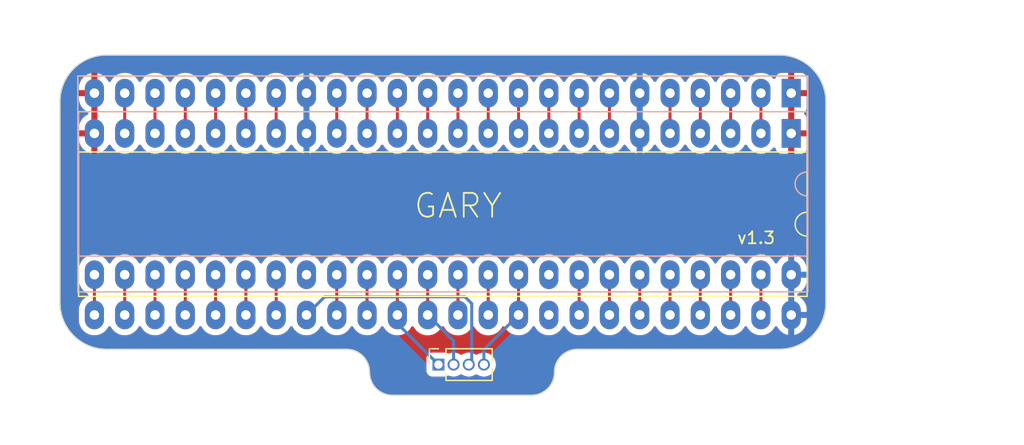
<source format=kicad_pcb>
(kicad_pcb (version 20221018) (generator pcbnew)
  (layers (0 "F.Cu" signal) (31 "B.Cu" signal) (34 "B.Paste" user) (35 "F.Paste" user) (36 "B.SilkS" user "B.Silkscreen") (37 "F.SilkS" user "F.Silkscreen") (38 "B.Mask" user) (39 "F.Mask" user) (44 "Edge.Cuts" user))
  (net 0 "")
  (net 1 "/A19")
  (net 2 "/A20")
  (net 3 "/A22")
  (net 4 "/A23")
  (net 5 "GND")
  (net 6 "/LATCH")
  (net 7 "/VPA")
  (net 8 "/CDAC")
  (net 9 "/OEL")
  (net 10 "/CCKQ")
  (net 11 "/OEB")
  (net 12 "/CCK")
  (net 13 "/KBRESET")
  (net 14 "/OVR")
  (net 15 "VCC")
  (net 16 "/OVL")
  (net 17 "/MTR")
  (net 18 "/XRDY")
  (net 19 "/DKWE")
  (net 20 "/EXRAM_CHIP")
  (net 21 "/DKWD")
  (net 22 "/A17")
  (net 23 "/LDS")
  (net 24 "/A18")
  (net 25 "/UDS")
  (net 26 "/RW")
  (net 27 "/AS")
  (net 28 "/A21")
  (net 29 "/BGACK")
  (net 30 "/BLIT")
  (net 31 "/SEL")
  (net 33 "/RST")
  (net 34 "/REGEN")
  (net 35 "/HLT")
  (net 36 "/BLISS")
  (net 37 "/DTACK")
  (net 38 "/RAMEN")
  (net 39 "/DKWEB")
  (net 40 "/ROMEN")
  (net 41 "/DKWDB")
  (net 42 "/CLKRD")
  (net 43 "/MTRON")
  (net 44 "/CLKWR")
  (net 45 "/MTRX")
  (net 47 "/EXRAM_SOCKET")
  (footprint "Package_DIP:DIP-48_W15.24mm_LongPads" (layer "F.Cu") (at 186.426 42.2348 -90)
    (fp_text reference "U2" hide)
    (fp_text value "GARYCHIP")
    (fp_line (start 1.56 -1.33) (end 1.56 59.75) (stroke (width 0.12)) (layer "F.SilkS"))
    (fp_line (start 1.56 59.75) (end 13.68 59.75) (stroke (width 0.12)) (layer "F.SilkS"))
    (fp_line (start 6.62 -1.33) (end 1.56 -1.33) (stroke (width 0.12)) (layer "F.SilkS"))
    (fp_line (start 13.68 -1.33) (end 8.62 -1.33) (stroke (width 0.12)) (layer "F.SilkS"))
    (fp_line (start 13.68 59.75) (end 13.68 -1.33) (stroke (width 0.12)) (layer "F.SilkS"))
    (fp_arc (start 8.62 -1.33) (mid 7.62 -0.33) (end 6.62 -1.33) (stroke (width 0.12)) (layer "F.SilkS"))
    (pad "1" thru_hole rect (at 0 0 270) (size 2.4 1.6) (drill 0.8) (layers "*.Cu" "*.Mask") (net 5 "GND"))
    (pad "2" thru_hole oval (at 0 2.54 270) (size 2.4 1.6) (drill 0.8) (layers "*.Cu" "*.Mask") (net 7 "/VPA"))
    (pad "3" thru_hole oval (at 0 5.08 270) (size 2.4 1.6) (drill 0.8) (layers "*.Cu" "*.Mask") (net 9 "/OEL"))
    (pad "4" thru_hole oval (at 0 7.62 270) (size 2.4 1.6) (drill 0.8) (layers "*.Cu" "*.Mask") (net 11 "/OEB"))
    (pad "5" thru_hole oval (at 0 10.16 270) (size 2.4 1.6) (drill 0.8) (layers "*.Cu" "*.Mask") (net 13 "/KBRESET"))
    (pad "6" thru_hole oval (at 0 12.7 270) (size 2.4 1.6) (drill 0.8) (layers "*.Cu" "*.Mask") (net 15 "VCC"))
    (pad "7" thru_hole oval (at 0 15.24 270) (size 2.4 1.6) (drill 0.8) (layers "*.Cu" "*.Mask") (net 17 "/MTR"))
    (pad "8" thru_hole oval (at 0 17.78 270) (size 2.4 1.6) (drill 0.8) (layers "*.Cu" "*.Mask") (net 19 "/DKWE"))
    (pad "9" thru_hole oval (at 0 20.32 270) (size 2.4 1.6) (drill 0.8) (layers "*.Cu" "*.Mask") (net 21 "/DKWD"))
    (pad "10" thru_hole oval (at 0 22.86 270) (size 2.4 1.6) (drill 0.8) (layers "*.Cu" "*.Mask") (net 23 "/LDS"))
    (pad "11" thru_hole oval (at 0 25.4 270) (size 2.4 1.6) (drill 0.8) (layers "*.Cu" "*.Mask") (net 25 "/UDS"))
    (pad "12" thru_hole oval (at 0 27.94 270) (size 2.4 1.6) (drill 0.8) (layers "*.Cu" "*.Mask") (net 26 "/RW"))
    (pad "13" thru_hole oval (at 0 30.48 270) (size 2.4 1.6) (drill 0.8) (layers "*.Cu" "*.Mask") (net 27 "/AS"))
    (pad "14" thru_hole oval (at 0 33.02 270) (size 2.4 1.6) (drill 0.8) (layers "*.Cu" "*.Mask") (net 29 "/BGACK"))
    (pad "15" thru_hole oval (at 0 35.56 270) (size 2.4 1.6) (drill 0.8) (layers "*.Cu" "*.Mask") (net 30 "/BLIT"))
    (pad "16" thru_hole oval (at 0 38.1 270) (size 2.4 1.6) (drill 0.8) (layers "*.Cu" "*.Mask") (net 31 "/SEL"))
    (pad "17" thru_hole oval (at 0 40.64 270) (size 2.4 1.6) (drill 0.8) (layers "*.Cu" "*.Mask") (net 15 "VCC"))
    (pad "18" thru_hole oval (at 0 43.18 270) (size 2.4 1.6) (drill 0.8) (layers "*.Cu" "*.Mask") (net 34 "/REGEN"))
    (pad "19" thru_hole oval (at 0 45.72 270) (size 2.4 1.6) (drill 0.8) (layers "*.Cu" "*.Mask") (net 36 "/BLISS"))
    (pad "20" thru_hole oval (at 0 48.26 270) (size 2.4 1.6) (drill 0.8) (layers "*.Cu" "*.Mask") (net 38 "/RAMEN"))
    (pad "21" thru_hole oval (at 0 50.8 270) (size 2.4 1.6) (drill 0.8) (layers "*.Cu" "*.Mask") (net 40 "/ROMEN"))
    (pad "22" thru_hole oval (at 0 53.34 270) (size 2.4 1.6) (drill 0.8) (layers "*.Cu" "*.Mask") (net 42 "/CLKRD"))
    (pad "23" thru_hole oval (at 0 55.88 270) (size 2.4 1.6) (drill 0.8) (layers "*.Cu" "*.Mask") (net 44 "/CLKWR"))
    (pad "24" thru_hole oval (at 0 58.42 270) (size 2.4 1.6) (drill 0.8) (layers "*.Cu" "*.Mask") (net 5 "GND"))
    (pad "25" thru_hole oval (at 15.24 58.42 270) (size 2.4 1.6) (drill 0.8) (layers "*.Cu" "*.Mask") (net 6 "/LATCH"))
    (pad "26" thru_hole oval (at 15.24 55.88 270) (size 2.4 1.6) (drill 0.8) (layers "*.Cu" "*.Mask") (net 8 "/CDAC"))
    (pad "27" thru_hole oval (at 15.24 53.34 270) (size 2.4 1.6) (drill 0.8) (layers "*.Cu" "*.Mask") (net 10 "/CCKQ"))
    (pad "28" thru_hole oval (at 15.24 50.8 270) (size 2.4 1.6) (drill 0.8) (layers "*.Cu" "*.Mask") (net 12 "/CCK"))
    (pad "29" thru_hole oval (at 15.24 48.26 270) (size 2.4 1.6) (drill 0.8) (layers "*.Cu" "*.Mask") (net 14 "/OVR"))
    (pad "30" thru_hole oval (at 15.24 45.72 270) (size 2.4 1.6) (drill 0.8) (layers "*.Cu" "*.Mask") (net 16 "/OVL"))
    (pad "31" thru_hole oval (at 15.24 43.18 270) (size 2.4 1.6) (drill 0.8) (layers "*.Cu" "*.Mask") (net 18 "/XRDY"))
    (pad "32" thru_hole oval (at 15.24 40.64 270) (size 2.4 1.6) (drill 0.8) (layers "*.Cu" "*.Mask") (net 20 "/EXRAM_CHIP"))
    (pad "33" thru_hole oval (at 15.24 38.1 270) (size 2.4 1.6) (drill 0.8) (layers "*.Cu" "*.Mask") (net 22 "/A17"))
    (pad "34" thru_hole oval (at 15.24 35.56 270) (size 2.4 1.6) (drill 0.8) (layers "*.Cu" "*.Mask") (net 24 "/A18"))
    (pad "35" thru_hole oval (at 15.24 33.02 270) (size 2.4 1.6) (drill 0.8) (layers "*.Cu" "*.Mask") (net 1 "/A19"))
    (pad "36" thru_hole oval (at 15.24 30.48 270) (size 2.4 1.6) (drill 0.8) (layers "*.Cu" "*.Mask") (net 2 "/A20"))
    (pad "37" thru_hole oval (at 15.24 27.94 270) (size 2.4 1.6) (drill 0.8) (layers "*.Cu" "*.Mask") (net 28 "/A21"))
    (pad "38" thru_hole oval (at 15.24 25.4 270) (size 2.4 1.6) (drill 0.8) (layers "*.Cu" "*.Mask") (net 3 "/A22"))
    (pad "39" thru_hole oval (at 15.24 22.86 270) (size 2.4 1.6) (drill 0.8) (layers "*.Cu" "*.Mask") (net 4 "/A23"))
    (pad "40" thru_hole oval (at 15.24 20.32 270) (size 2.4 1.6) (drill 0.8) (layers "*.Cu" "*.Mask"))
    (pad "41" thru_hole oval (at 15.24 17.78 270) (size 2.4 1.6) (drill 0.8) (layers "*.Cu" "*.Mask") (net 33 "/RST"))
    (pad "42" thru_hole oval (at 15.24 15.24 270) (size 2.4 1.6) (drill 0.8) (layers "*.Cu" "*.Mask") (net 35 "/HLT"))
    (pad "43" thru_hole oval (at 15.24 12.7 270) (size 2.4 1.6) (drill 0.8) (layers "*.Cu" "*.Mask") (net 37 "/DTACK"))
    (pad "44" thru_hole oval (at 15.24 10.16 270) (size 2.4 1.6) (drill 0.8) (layers "*.Cu" "*.Mask") (net 39 "/DKWEB"))
    (pad "45" thru_hole oval (at 15.24 7.62 270) (size 2.4 1.6) (drill 0.8) (layers "*.Cu" "*.Mask") (net 41 "/DKWDB"))
    (pad "46" thru_hole oval (at 15.24 5.08 270) (size 2.4 1.6) (drill 0.8) (layers "*.Cu" "*.Mask") (net 43 "/MTRON"))
    (pad "47" thru_hole oval (at 15.24 2.54 270) (size 2.4 1.6) (drill 0.8) (layers "*.Cu" "*.Mask") (net 45 "/MTRX"))
    (pad "48" thru_hole oval (at 15.24 0 270) (size 2.4 1.6) (drill 0.8) (layers "*.Cu" "*.Mask") (net 15 "VCC"))
  )
  (footprint "Package_DIP:DIP-48_W15.24mm_Socket_LongPads" (layer "F.Cu") (at 186.426 38.857 -90)
    (fp_text reference "U1" hide)
    (fp_text value "GARYSOCKET")
    (fp_line (start -1.44 -1.39) (end 16.68 -1.39) (stroke (width 0.12)) (layer "B.SilkS"))
    (fp_line (start -1.44 59.81) (end -1.44 -1.39) (stroke (width 0.12)) (layer "B.SilkS"))
    (fp_line (start 1.56 -1.33) (end 6.62 -1.33) (stroke (width 0.12)) (layer "B.SilkS"))
    (fp_line (start 1.56 59.75) (end 1.56 -1.33) (stroke (width 0.12)) (layer "B.SilkS"))
    (fp_line (start 8.62 -1.33) (end 13.68 -1.33) (stroke (width 0.12)) (layer "B.SilkS"))
    (fp_line (start 13.68 -1.33) (end 13.68 59.75) (stroke (width 0.12)) (layer "B.SilkS"))
    (fp_line (start 13.68 59.75) (end 1.56 59.75) (stroke (width 0.12)) (layer "B.SilkS"))
    (fp_line (start 16.68 -1.39) (end 16.68 59.81) (stroke (width 0.12)) (layer "B.SilkS"))
    (fp_line (start 16.68 59.81) (end -1.44 59.81) (stroke (width 0.12)) (layer "B.SilkS"))
    (fp_arc (start 8.62 -1.33) (mid 7.62 -0.33) (end 6.62 -1.33) (stroke (width 0.12)) (layer "B.SilkS"))
    (pad "1" thru_hole rect (at 0 0 270) (size 2.4 1.6) (drill 0.8) (layers "*.Cu" "*.Mask") (net 5 "GND"))
    (pad "2" thru_hole oval (at 0 2.54 270) (size 2.4 1.6) (drill 0.8) (layers "*.Cu" "*.Mask") (net 7 "/VPA"))
    (pad "3" thru_hole oval (at 0 5.08 270) (size 2.4 1.6) (drill 0.8) (layers "*.Cu" "*.Mask") (net 9 "/OEL"))
    (pad "4" thru_hole oval (at 0 7.62 270) (size 2.4 1.6) (drill 0.8) (layers "*.Cu" "*.Mask") (net 11 "/OEB"))
    (pad "5" thru_hole oval (at 0 10.16 270) (size 2.4 1.6) (drill 0.8) (layers "*.Cu" "*.Mask") (net 13 "/KBRESET"))
    (pad "6" thru_hole oval (at 0 12.7 270) (size 2.4 1.6) (drill 0.8) (layers "*.Cu" "*.Mask") (net 15 "VCC"))
    (pad "7" thru_hole oval (at 0 15.24 270) (size 2.4 1.6) (drill 0.8) (layers "*.Cu" "*.Mask") (net 17 "/MTR"))
    (pad "8" thru_hole oval (at 0 17.78 270) (size 2.4 1.6) (drill 0.8) (layers "*.Cu" "*.Mask") (net 19 "/DKWE"))
    (pad "9" thru_hole oval (at 0 20.32 270) (size 2.4 1.6) (drill 0.8) (layers "*.Cu" "*.Mask") (net 21 "/DKWD"))
    (pad "10" thru_hole oval (at 0 22.86 270) (size 2.4 1.6) (drill 0.8) (layers "*.Cu" "*.Mask") (net 23 "/LDS"))
    (pad "11" thru_hole oval (at 0 25.4 270) (size 2.4 1.6) (drill 0.8) (layers "*.Cu" "*.Mask") (net 25 "/UDS"))
    (pad "12" thru_hole oval (at 0 27.94 270) (size 2.4 1.6) (drill 0.8) (layers "*.Cu" "*.Mask") (net 26 "/RW"))
    (pad "13" thru_hole oval (at 0 30.48 270) (size 2.4 1.6) (drill 0.8) (layers "*.Cu" "*.Mask") (net 27 "/AS"))
    (pad "14" thru_hole oval (at 0 33.02 270) (size 2.4 1.6) (drill 0.8) (layers "*.Cu" "*.Mask") (net 29 "/BGACK"))
    (pad "15" thru_hole oval (at 0 35.56 270) (size 2.4 1.6) (drill 0.8) (layers "*.Cu" "*.Mask") (net 30 "/BLIT"))
    (pad "16" thru_hole oval (at 0 38.1 270) (size 2.4 1.6) (drill 0.8) (layers "*.Cu" "*.Mask") (net 31 "/SEL"))
    (pad "17" thru_hole oval (at 0 40.64 270) (size 2.4 1.6) (drill 0.8) (layers "*.Cu" "*.Mask") (net 15 "VCC"))
    (pad "18" thru_hole oval (at 0 43.18 270) (size 2.4 1.6) (drill 0.8) (layers "*.Cu" "*.Mask") (net 34 "/REGEN"))
    (pad "19" thru_hole oval (at 0 45.72 270) (size 2.4 1.6) (drill 0.8) (layers "*.Cu" "*.Mask") (net 36 "/BLISS"))
    (pad "20" thru_hole oval (at 0 48.26 270) (size 2.4 1.6) (drill 0.8) (layers "*.Cu" "*.Mask") (net 38 "/RAMEN"))
    (pad "21" thru_hole oval (at 0 50.8 270) (size 2.4 1.6) (drill 0.8) (layers "*.Cu" "*.Mask") (net 40 "/ROMEN"))
    (pad "22" thru_hole oval (at 0 53.34 270) (size 2.4 1.6) (drill 0.8) (layers "*.Cu" "*.Mask") (net 42 "/CLKRD"))
    (pad "23" thru_hole oval (at 0 55.88 270) (size 2.4 1.6) (drill 0.8) (layers "*.Cu" "*.Mask") (net 44 "/CLKWR"))
    (pad "24" thru_hole oval (at 0 58.42 270) (size 2.4 1.6) (drill 0.8) (layers "*.Cu" "*.Mask") (net 5 "GND"))
    (pad "25" thru_hole oval (at 15.24 58.42 270) (size 2.4 1.6) (drill 0.8) (layers "*.Cu" "*.Mask") (net 6 "/LATCH"))
    (pad "26" thru_hole oval (at 15.24 55.88 270) (size 2.4 1.6) (drill 0.8) (layers "*.Cu" "*.Mask") (net 8 "/CDAC"))
    (pad "27" thru_hole oval (at 15.24 53.34 270) (size 2.4 1.6) (drill 0.8) (layers "*.Cu" "*.Mask") (net 10 "/CCKQ"))
    (pad "28" thru_hole oval (at 15.24 50.8 270) (size 2.4 1.6) (drill 0.8) (layers "*.Cu" "*.Mask") (net 12 "/CCK"))
    (pad "29" thru_hole oval (at 15.24 48.26 270) (size 2.4 1.6) (drill 0.8) (layers "*.Cu" "*.Mask") (net 14 "/OVR"))
    (pad "30" thru_hole oval (at 15.24 45.72 270) (size 2.4 1.6) (drill 0.8) (layers "*.Cu" "*.Mask") (net 16 "/OVL"))
    (pad "31" thru_hole oval (at 15.24 43.18 270) (size 2.4 1.6) (drill 0.8) (layers "*.Cu" "*.Mask") (net 18 "/XRDY"))
    (pad "32" thru_hole oval (at 15.24 40.64 270) (size 2.4 1.6) (drill 0.8) (layers "*.Cu" "*.Mask") (net 47 "/EXRAM_SOCKET"))
    (pad "33" thru_hole oval (at 15.24 38.1 270) (size 2.4 1.6) (drill 0.8) (layers "*.Cu" "*.Mask") (net 22 "/A17"))
    (pad "34" thru_hole oval (at 15.24 35.56 270) (size 2.4 1.6) (drill 0.8) (layers "*.Cu" "*.Mask") (net 24 "/A18"))
    (pad "35" thru_hole oval (at 15.24 33.02 270) (size 2.4 1.6) (drill 0.8) (layers "*.Cu" "*.Mask") (net 1 "/A19"))
    (pad "36" thru_hole oval (at 15.24 30.48 270) (size 2.4 1.6) (drill 0.8) (layers "*.Cu" "*.Mask") (net 2 "/A20"))
    (pad "37" thru_hole oval (at 15.24 27.94 270) (size 2.4 1.6) (drill 0.8) (layers "*.Cu" "*.Mask") (net 28 "/A21"))
    (pad "38" thru_hole oval (at 15.24 25.4 270) (size 2.4 1.6) (drill 0.8) (layers "*.Cu" "*.Mask") (net 3 "/A22"))
    (pad "39" thru_hole oval (at 15.24 22.86 270) (size 2.4 1.6) (drill 0.8) (layers "*.Cu" "*.Mask") (net 4 "/A23"))
    (pad "40" thru_hole oval (at 15.24 20.32 270) (size 2.4 1.6) (drill 0.8) (layers "*.Cu" "*.Mask"))
    (pad "41" thru_hole oval (at 15.24 17.78 270) (size 2.4 1.6) (drill 0.8) (layers "*.Cu" "*.Mask") (net 33 "/RST"))
    (pad "42" thru_hole oval (at 15.24 15.24 270) (size 2.4 1.6) (drill 0.8) (layers "*.Cu" "*.Mask") (net 35 "/HLT"))
    (pad "43" thru_hole oval (at 15.24 12.7 270) (size 2.4 1.6) (drill 0.8) (layers "*.Cu" "*.Mask") (net 37 "/DTACK"))
    (pad "44" thru_hole oval (at 15.24 10.16 270) (size 2.4 1.6) (drill 0.8) (layers "*.Cu" "*.Mask") (net 39 "/DKWEB"))
    (pad "45" thru_hole oval (at 15.24 7.62 270) (size 2.4 1.6) (drill 0.8) (layers "*.Cu" "*.Mask") (net 41 "/DKWDB"))
    (pad "46" thru_hole oval (at 15.24 5.08 270) (size 2.4 1.6) (drill 0.8) (layers "*.Cu" "*.Mask") (net 43 "/MTRON"))
    (pad "47" thru_hole oval (at 15.24 2.54 270) (size 2.4 1.6) (drill 0.8) (layers "*.Cu" "*.Mask") (net 45 "/MTRX"))
    (pad "48" thru_hole oval (at 15.24 0 270) (size 2.4 1.6) (drill 0.8) (layers "*.Cu" "*.Mask") (net 15 "VCC"))
  )
  (footprint "Connector_PinSocket_1.27mm:PinSocket_1x04_P1.27mm_Vertical" (layer "F.Cu") (at 156.85 61.6396 90)
    (fp_text reference "J1" hide)
    (fp_text value "Conn_01x04_Male")
    (fp_line (start -1.33 0.635) (end -1.33 4.505) (stroke (width 0.12)) (layer "F.SilkS"))
    (fp_line (start -1.33 0.635) (end -0.76 0.635) (stroke (width 0.12)) (layer "F.SilkS"))
    (fp_line (start -1.33 4.505) (end -0.30753 4.505) (stroke (width 0.12)) (layer "F.SilkS"))
    (fp_line (start 0 -0.76) (end 1.33 -0.76) (stroke (width 0.12)) (layer "F.SilkS"))
    (fp_line (start 0.30753 4.505) (end 1.33 4.505) (stroke (width 0.12)) (layer "F.SilkS"))
    (fp_line (start 0.76 0.635) (end 1.33 0.635) (stroke (width 0.12)) (layer "F.SilkS"))
    (fp_line (start 1.33 -0.76) (end 1.33 0) (stroke (width 0.12)) (layer "F.SilkS"))
    (fp_line (start 1.33 0.635) (end 1.33 4.505) (stroke (width 0.12)) (layer "F.SilkS"))
    (pad "1" thru_hole rect (at 0 0 90) (size 1 1) (drill 0.7) (layers "*.Cu" "*.Mask") (net 1 "/A19"))
    (pad "2" thru_hole oval (at 0 1.27 90) (size 1 1) (drill 0.7) (layers "*.Cu" "*.Mask") (net 2 "/A20"))
    (pad "3" thru_hole oval (at 0 2.54 90) (size 1 1) (drill 0.7) (layers "*.Cu" "*.Mask") (net 20 "/EXRAM_CHIP"))
    (pad "4" thru_hole oval (at 0 3.81 90) (size 1 1) (drill 0.7) (layers "*.Cu" "*.Mask") (net 4 "/A23"))
  )
  (gr_line (start 189.3316 39.5732) (end 189.3316 56.4388) (stroke (width 0.1)) (layer "Edge.Cuts"))
  (gr_line (start 129.032 35.6616) (end 185.42 35.6616) (stroke (width 0.1)) (layer "Edge.Cuts"))
  (gr_arc (start 189.3316 56.4388) (mid 188.185919 59.204719) (end 185.42 60.3504) (stroke (width 0.1)) (layer "Edge.Cuts"))
  (gr_arc (start 153.0096 64.2112) (mid 151.644601 63.645799) (end 151.0792 62.2808) (stroke (width 0.1)) (layer "Edge.Cuts"))
  (gr_arc (start 125.1204 39.5732) (mid 126.266081 36.807281) (end 129.032 35.6616) (stroke (width 0.1)) (layer "Edge.Cuts"))
  (gr_line (start 149.1488 60.3504) (end 129.032 60.3504) (stroke (width 0.1)) (layer "Edge.Cuts"))
  (gr_arc (start 185.42 35.6616) (mid 188.185919 36.807281) (end 189.3316 39.5732) (stroke (width 0.1)) (layer "Edge.Cuts"))
  (gr_line (start 125.1204 56.4388) (end 125.1204 39.5732) (stroke (width 0.1)) (layer "Edge.Cuts"))
  (gr_arc (start 166.5732 62.2808) (mid 167.138601 60.915801) (end 168.5036 60.3504) (stroke (width 0.1)) (layer "Edge.Cuts"))
  (gr_line (start 185.42 60.3504) (end 168.5036 60.3504) (stroke (width 0.1)) (layer "Edge.Cuts"))
  (gr_arc (start 166.5732 62.2808) (mid 166.007799 63.645799) (end 164.6428 64.2112) (stroke (width 0.1)) (layer "Edge.Cuts"))
  (gr_arc (start 149.1488 60.3504) (mid 150.513799 60.915801) (end 151.0792 62.2808) (stroke (width 0.1)) (layer "Edge.Cuts"))
  (gr_arc (start 129.032 60.3504) (mid 126.266081 59.204719) (end 125.1204 56.4388) (stroke (width 0.1)) (layer "Edge.Cuts"))
  (gr_line (start 164.6428 64.2112) (end 153.0096 64.2112) (stroke (width 0.1)) (layer "Edge.Cuts"))
  (gr_text "v1.3" (at 183.4896 51.0032) (layer "F.SilkS") (effects (font (size 1 1))))
  (gr_text "GARY" (at 158.496 48.3108) (layer "F.SilkS") (effects (font (size 2 2))))
  (segment (start 153.406 54.097) (end 153.406 57.4748) (width 0.25) (layer "F.Cu") (net 1))
  (segment (start 153.406 58.1956) (end 156.85 61.6396) (width 0.25) (layer "B.Cu") (net 1))
  (segment (start 153.406 57.4748) (end 153.406 58.1956) (width 0.25) (layer "B.Cu") (net 1))
  (segment (start 155.946 54.097) (end 155.946 57.4748) (width 0.25) (layer "F.Cu") (net 2))
  (segment (start 158.12 59.6488) (end 158.12 61.6396) (width 0.25) (layer "B.Cu") (net 2))
  (segment (start 155.946 57.4748) (end 158.12 59.6488) (width 0.25) (layer "B.Cu") (net 2))
  (segment (start 161.026 54.097) (end 161.026 57.4748) (width 0.25) (layer "F.Cu") (net 3))
  (segment (start 163.566 54.097) (end 163.566 57.4748) (width 0.25) (layer "F.Cu") (net 4))
  (segment (start 163.566 57.4748) (end 160.66 60.3808) (width 0.25) (layer "B.Cu") (net 4))
  (segment (start 160.66 60.3808) (end 160.66 61.6396) (width 0.25) (layer "B.Cu") (net 4))
  (segment (start 186.426 38.857) (end 186.426 42.2348) (width 0.25) (layer "F.Cu") (net 5))
  (segment (start 128.006 38.857) (end 128.006 42.2348) (width 0.25) (layer "F.Cu") (net 5))
  (segment (start 128.006 54.097) (end 128.006 57.4748) (width 0.25) (layer "F.Cu") (net 6))
  (segment (start 183.886 38.857) (end 183.886 42.2348) (width 0.25) (layer "F.Cu") (net 7))
  (segment (start 130.546 54.097) (end 130.546 57.4748) (width 0.25) (layer "F.Cu") (net 8))
  (segment (start 181.346 38.857) (end 181.346 42.2348) (width 0.25) (layer "F.Cu") (net 9))
  (segment (start 133.086 54.097) (end 133.086 57.4748) (width 0.25) (layer "F.Cu") (net 10))
  (segment (start 178.806 38.857) (end 178.806 42.2348) (width 0.25) (layer "F.Cu") (net 11))
  (segment (start 135.626 54.097) (end 135.626 57.4748) (width 0.25) (layer "F.Cu") (net 12))
  (segment (start 176.266 38.857) (end 176.266 42.2348) (width 0.25) (layer "F.Cu") (net 13))
  (segment (start 138.166 54.097) (end 138.166 57.4748) (width 0.25) (layer "F.Cu") (net 14))
  (segment (start 186.426 54.097) (end 186.426 57.4748) (width 0.25) (layer "F.Cu") (net 15))
  (segment (start 145.786 38.857) (end 145.786 42.2348) (width 0.25) (layer "F.Cu") (net 15))
  (segment (start 173.726 38.857) (end 173.726 42.2348) (width 0.25) (layer "F.Cu") (net 15))
  (segment (start 140.706 54.097) (end 140.706 57.4748) (width 0.25) (layer "F.Cu") (net 16))
  (segment (start 171.186 38.857) (end 171.186 42.2348) (width 0.25) (layer "F.Cu") (net 17))
  (segment (start 143.246 54.097) (end 143.246 57.4748) (width 0.25) (layer "F.Cu") (net 18))
  (segment (start 168.646 38.857) (end 168.646 42.2348) (width 0.25) (layer "F.Cu") (net 19))
  (segment (start 145.786 57.4748) (end 147.31052 55.95028) (width 0.25) (layer "B.Cu") (net 20))
  (segment (start 159.07428 55.95028) (end 159.639 56.515) (width 0.25) (layer "B.Cu") (net 20))
  (segment (start 159.639 61.3906) (end 159.39 61.6396) (width 0.25) (layer "B.Cu") (net 20))
  (segment (start 159.639 56.515) (end 159.639 61.3906) (width 0.25) (layer "B.Cu") (net 20))
  (segment (start 147.31052 55.95028) (end 159.07428 55.95028) (width 0.25) (layer "B.Cu") (net 20))
  (segment (start 166.106 38.857) (end 166.106 42.2348) (width 0.25) (layer "F.Cu") (net 21))
  (segment (start 148.326 54.097) (end 148.326 57.4748) (width 0.25) (layer "F.Cu") (net 22))
  (segment (start 163.566 38.857) (end 163.566 42.2348) (width 0.25) (layer "F.Cu") (net 23))
  (segment (start 150.866 54.097) (end 150.866 57.4748) (width 0.25) (layer "F.Cu") (net 24))
  (segment (start 161.026 38.857) (end 161.026 42.2348) (width 0.25) (layer "F.Cu") (net 25))
  (segment (start 158.486 38.857) (end 158.486 42.2348) (width 0.25) (layer "F.Cu") (net 26))
  (segment (start 155.946 38.857) (end 155.946 42.2348) (width 0.25) (layer "F.Cu") (net 27))
  (segment (start 158.486 54.097) (end 158.486 57.4748) (width 0.25) (layer "F.Cu") (net 28))
  (segment (start 153.406 38.857) (end 153.406 42.2348) (width 0.25) (layer "F.Cu") (net 29))
  (segment (start 150.866 38.857) (end 150.866 42.2348) (width 0.25) (layer "F.Cu") (net 30))
  (segment (start 148.326 38.857) (end 148.326 42.2348) (width 0.25) (layer "F.Cu") (net 31))
  (segment (start 168.646 54.097) (end 168.646 57.4748) (width 0.25) (layer "F.Cu") (net 33))
  (segment (start 143.246 38.857) (end 143.246 42.2348) (width 0.25) (layer "F.Cu") (net 34))
  (segment (start 171.186 54.097) (end 171.186 57.4748) (width 0.25) (layer "F.Cu") (net 35))
  (segment (start 140.706 38.857) (end 140.706 42.2348) (width 0.25) (layer "F.Cu") (net 36))
  (segment (start 173.726 54.097) (end 173.726 57.4748) (width 0.25) (layer "F.Cu") (net 37))
  (segment (start 138.166 38.857) (end 138.166 42.2348) (width 0.25) (layer "F.Cu") (net 38))
  (segment (start 176.266 54.097) (end 176.266 57.4748) (width 0.25) (layer "F.Cu") (net 39))
  (segment (start 135.626 38.857) (end 135.626 42.2348) (width 0.25) (layer "F.Cu") (net 40))
  (segment (start 178.806 54.097) (end 178.806 57.4748) (width 0.25) (layer "F.Cu") (net 41))
  (segment (start 133.086 38.857) (end 133.086 42.2348) (width 0.25) (layer "F.Cu") (net 42))
  (segment (start 181.346 54.097) (end 181.346 57.4748) (width 0.25) (layer "F.Cu") (net 43))
  (segment (start 130.546 38.857) (end 130.546 42.2348) (width 0.25) (layer "F.Cu") (net 44))
  (segment (start 183.886 54.097) (end 183.886 57.4748) (width 0.25) (layer "F.Cu") (net 45))
  (zone (net 5) (net_name "GND") (layer "F.Cu") (connect_pads (clearance 0.508)) (min_thickness 0.254) (fill yes (thermal_gap 0.508) (thermal_bridge_width 0.508))
    (polygon (pts (xy 195.4784 65.7352) (xy 122.8344 65.7352) (xy 122.8344 32.9184) (xy 195.4784 32.9184)))
  )
  (zone (net 15) (net_name "VCC") (layer "B.Cu") (connect_pads (clearance 0.508)) (min_thickness 0.254) (fill yes (thermal_gap 0.508) (thermal_bridge_width 0.508))
    (polygon (pts (xy 205.9432 67.6148) (xy 120.0912 67.6148) (xy 120.0912 31.0388) (xy 205.9432 31.0388)))
  )
)
</source>
